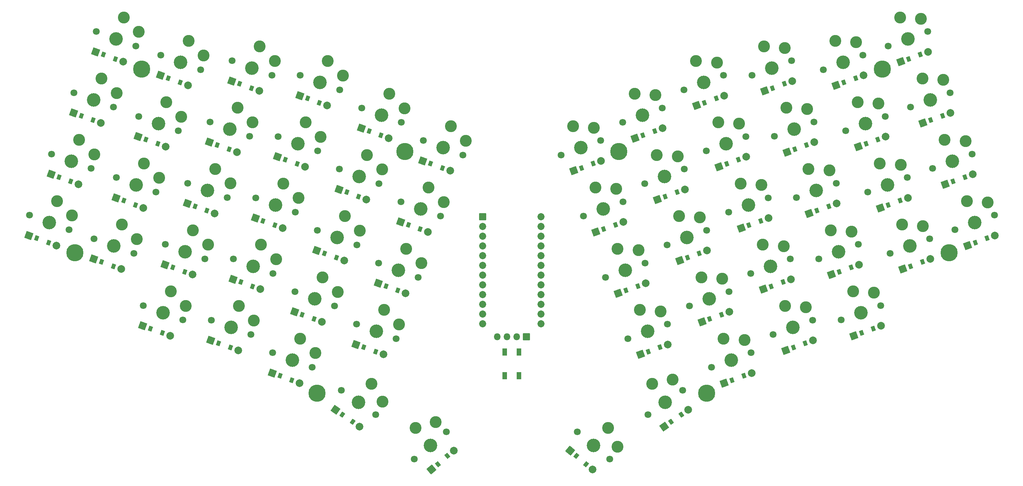
<source format=gbr>
%TF.GenerationSoftware,KiCad,Pcbnew,9.0.6*%
%TF.CreationDate,2025-12-06T01:16:03-05:00*%
%TF.ProjectId,tutorial,7475746f-7269-4616-9c2e-6b696361645f,v1.0.0*%
%TF.SameCoordinates,Original*%
%TF.FileFunction,Soldermask,Top*%
%TF.FilePolarity,Negative*%
%FSLAX46Y46*%
G04 Gerber Fmt 4.6, Leading zero omitted, Abs format (unit mm)*
G04 Created by KiCad (PCBNEW 9.0.6) date 2025-12-06 01:16:03*
%MOMM*%
%LPD*%
G01*
G04 APERTURE LIST*
G04 Aperture macros list*
%AMRoundRect*
0 Rectangle with rounded corners*
0 $1 Rounding radius*
0 $2 $3 $4 $5 $6 $7 $8 $9 X,Y pos of 4 corners*
0 Add a 4 corners polygon primitive as box body*
4,1,4,$2,$3,$4,$5,$6,$7,$8,$9,$2,$3,0*
0 Add four circle primitives for the rounded corners*
1,1,$1+$1,$2,$3*
1,1,$1+$1,$4,$5*
1,1,$1+$1,$6,$7*
1,1,$1+$1,$8,$9*
0 Add four rect primitives between the rounded corners*
20,1,$1+$1,$2,$3,$4,$5,0*
20,1,$1+$1,$4,$5,$6,$7,0*
20,1,$1+$1,$6,$7,$8,$9,0*
20,1,$1+$1,$8,$9,$2,$3,0*%
G04 Aperture macros list end*
%ADD10C,1.852600*%
%ADD11RoundRect,0.050000X-0.876300X0.876300X-0.876300X-0.876300X0.876300X-0.876300X0.876300X0.876300X0*%
%ADD12C,3.100000*%
%ADD13C,1.801800*%
%ADD14C,3.529000*%
%ADD15RoundRect,0.050000X-0.628074X-0.409907X0.217650X-0.717725X0.628074X0.409907X-0.217650X0.717725X0*%
%ADD16C,2.005000*%
%ADD17RoundRect,0.050000X-1.139443X-0.531331X0.531331X-1.139443X1.139443X0.531331X-0.531331X1.139443X0*%
%ADD18RoundRect,0.050000X-1.238136X-0.218317X0.218317X-1.238136X1.238136X0.218317X-0.218317X1.238136X0*%
%ADD19RoundRect,0.050000X-0.712764X-0.233382X0.024473X-0.749601X0.712764X0.233382X-0.024473X0.749601X0*%
%ADD20RoundRect,0.050000X-0.531331X-1.139443X1.139443X-0.531331X0.531331X1.139443X-1.139443X0.531331X0*%
%ADD21RoundRect,0.050000X-0.217650X-0.717725X0.628074X-0.409907X0.217650X0.717725X-0.628074X0.409907X0*%
%ADD22RoundRect,0.050000X-0.109575X-1.252452X1.252452X-0.109575X0.109575X1.252452X-1.252452X0.109575X0*%
%ADD23RoundRect,0.050000X0.040953X-0.748881X0.730393X-0.170372X-0.040953X0.748881X-0.730393X0.170372X0*%
%ADD24RoundRect,0.050000X-0.218317X-1.238136X1.238136X-0.218317X0.218317X1.238136X-1.238136X0.218317X0*%
%ADD25RoundRect,0.050000X-0.024473X-0.749601X0.712764X-0.233382X0.024473X0.749601X-0.712764X0.233382X0*%
%ADD26RoundRect,0.050000X-1.252452X-0.109575X0.109575X-1.252452X1.252452X0.109575X-0.109575X1.252452X0*%
%ADD27RoundRect,0.050000X-0.730393X-0.170372X-0.040953X-0.748881X0.730393X0.170372X0.040953X0.748881X0*%
%ADD28RoundRect,0.050000X-0.550000X0.900000X-0.550000X-0.900000X0.550000X-0.900000X0.550000X0.900000X0*%
%ADD29C,0.800000*%
%ADD30C,4.500000*%
%ADD31RoundRect,0.050000X-0.850000X-0.850000X0.850000X-0.850000X0.850000X0.850000X-0.850000X0.850000X0*%
%ADD32O,1.800000X1.800000*%
G04 APERTURE END LIST*
D10*
%TO.C,MCU1*%
X182363731Y-144241291D03*
X182363731Y-141701291D03*
X182363730Y-139161291D03*
X182363733Y-136621292D03*
X182363732Y-134081291D03*
X182363729Y-131541289D03*
X182363730Y-129001293D03*
X182363733Y-126461292D03*
X182363731Y-123921291D03*
X182363730Y-121381291D03*
X182363731Y-118841291D03*
X182363731Y-116301291D03*
X167123731Y-144241291D03*
X167123731Y-141701291D03*
X167123732Y-139161291D03*
X167123731Y-136621291D03*
X167123729Y-134081290D03*
X167123732Y-131541289D03*
X167123733Y-129001293D03*
X167123730Y-126461291D03*
X167123729Y-123921290D03*
X167123732Y-121381291D03*
X167123731Y-118841291D03*
D11*
X167123731Y-116301291D03*
%TD*%
D12*
%TO.C,S19*%
X119461975Y-148124076D03*
X123407994Y-151901501D03*
D13*
X112258645Y-151834135D03*
X122595265Y-155596357D03*
D14*
X117426955Y-153715246D03*
%TD*%
D12*
%TO.C,S20*%
X125276312Y-132149301D03*
X129222331Y-135926726D03*
D13*
X118072982Y-135859360D03*
X128409602Y-139621582D03*
D14*
X123241292Y-137740471D03*
%TD*%
D12*
%TO.C,S23*%
X142719343Y-84224979D03*
X146665362Y-88002404D03*
D13*
X135516013Y-87935038D03*
X145852633Y-91697260D03*
D14*
X140684323Y-89816149D03*
%TD*%
D12*
%TO.C,S18*%
X126659926Y-75719381D03*
X130605945Y-79496806D03*
D13*
X119456596Y-79429440D03*
X129793216Y-83191662D03*
D14*
X124624906Y-81310551D03*
%TD*%
D12*
%TO.C,S28*%
X138094492Y-159910309D03*
X140928386Y-164580326D03*
D13*
X130176370Y-161629593D03*
X139187054Y-167938935D03*
D14*
X134681712Y-164784264D03*
%TD*%
D12*
%TO.C,S25*%
X147150075Y-124680122D03*
X151096094Y-128457547D03*
D13*
X139946745Y-128390181D03*
X150283365Y-132152403D03*
D14*
X145115055Y-130271292D03*
%TD*%
D12*
%TO.C,S24*%
X141335720Y-140654895D03*
X145281739Y-144432320D03*
D13*
X134132390Y-144364954D03*
X144469010Y-148127176D03*
D14*
X139300700Y-146246065D03*
%TD*%
D12*
%TO.C,S21*%
X131090659Y-116174528D03*
X135036678Y-119951953D03*
D13*
X123887329Y-119884587D03*
X134223949Y-123646809D03*
D14*
X129055639Y-121765698D03*
%TD*%
D12*
%TO.C,S22*%
X136904996Y-100199749D03*
X140851015Y-103977174D03*
D13*
X129701666Y-103909808D03*
X140038286Y-107672030D03*
D14*
X134869976Y-105790919D03*
%TD*%
D12*
%TO.C,S27*%
X158778757Y-92730573D03*
X162724776Y-96507998D03*
D13*
X151575427Y-96440632D03*
X161912047Y-100202854D03*
D14*
X156743737Y-98321743D03*
%TD*%
%TO.C,S29*%
X153430618Y-175991313D03*
D13*
X157643863Y-172455981D03*
X149217373Y-179526645D03*
D12*
X154850388Y-169904709D03*
X149606032Y-171433350D03*
%TD*%
%TO.C,S26*%
X152964411Y-108705342D03*
X156910430Y-112482767D03*
D13*
X145761081Y-112415401D03*
X156097701Y-116177623D03*
D14*
X150929391Y-114296512D03*
%TD*%
D12*
%TO.C,S30*%
X293579129Y-112222318D03*
X299030038Y-112579541D03*
D13*
X290445839Y-119694599D03*
X300782459Y-115932377D03*
D14*
X295614149Y-117813488D03*
%TD*%
D12*
%TO.C,S31*%
X287764785Y-96247540D03*
X293215694Y-96604763D03*
D13*
X284631495Y-103719821D03*
X294968115Y-99957599D03*
D14*
X289799805Y-101838710D03*
%TD*%
D12*
%TO.C,S32*%
X281950439Y-80272765D03*
X287401348Y-80629988D03*
D13*
X278817149Y-87745046D03*
X289153769Y-83982824D03*
D14*
X283985459Y-85863935D03*
%TD*%
D12*
%TO.C,S4*%
X73351374Y-64297993D03*
X77297393Y-68075418D03*
D13*
X66148044Y-68008052D03*
X76484664Y-71770274D03*
D14*
X71316354Y-69889163D03*
%TD*%
D12*
%TO.C,S5*%
X72822805Y-118378680D03*
X76768824Y-122156105D03*
D13*
X65619475Y-122088739D03*
X75956095Y-125850961D03*
D14*
X70787785Y-123969850D03*
%TD*%
D12*
%TO.C,S6*%
X78637154Y-102403901D03*
X82583173Y-106181326D03*
D13*
X71433824Y-106113960D03*
X81770444Y-109876182D03*
D14*
X76602134Y-107995071D03*
%TD*%
D12*
%TO.C,S7*%
X84451489Y-86429129D03*
X88397508Y-90206554D03*
D13*
X77248159Y-90139188D03*
X87584779Y-93901410D03*
D14*
X82416469Y-92020299D03*
%TD*%
D12*
%TO.C,S10*%
X91447377Y-119836577D03*
X95393396Y-123614002D03*
D13*
X84244047Y-123546636D03*
X94580667Y-127308858D03*
D14*
X89412357Y-125427747D03*
%TD*%
D12*
%TO.C,S11*%
X97261719Y-103861805D03*
X101207738Y-107639230D03*
D13*
X90058389Y-107571864D03*
X100395009Y-111334086D03*
D14*
X95226699Y-109452975D03*
%TD*%
D12*
%TO.C,S12*%
X103076064Y-87887034D03*
X107022083Y-91664459D03*
D13*
X95872734Y-91597093D03*
X106209354Y-95359315D03*
D14*
X101041044Y-93478204D03*
%TD*%
D12*
%TO.C,S13*%
X108890409Y-71912248D03*
X112836428Y-75689673D03*
D13*
X101687079Y-75622307D03*
X112023699Y-79384529D03*
D14*
X106855389Y-77503418D03*
%TD*%
D12*
%TO.C,S14*%
X103402556Y-139618482D03*
X107348575Y-143395907D03*
D13*
X96199226Y-143328541D03*
X106535846Y-147090763D03*
D14*
X101367536Y-145209652D03*
%TD*%
D12*
%TO.C,S2*%
X61722689Y-96247540D03*
X65668708Y-100024965D03*
D13*
X54519359Y-99957599D03*
X64855979Y-103719821D03*
D14*
X59687669Y-101838710D03*
%TD*%
D12*
%TO.C,S3*%
X67537028Y-80272765D03*
X71483047Y-84050190D03*
D13*
X60333698Y-83982824D03*
X70670318Y-87745046D03*
D14*
X65502008Y-85863935D03*
%TD*%
D12*
%TO.C,S1*%
X55908343Y-112222315D03*
X59854362Y-115999740D03*
D13*
X48705013Y-115932374D03*
X59041633Y-119694596D03*
D14*
X53873323Y-117813485D03*
%TD*%
D12*
%TO.C,S15*%
X109216901Y-123643705D03*
X113162920Y-127421130D03*
D13*
X102013571Y-127353764D03*
X112350191Y-131115986D03*
D14*
X107181881Y-129234875D03*
%TD*%
D12*
%TO.C,S8*%
X90265832Y-70454352D03*
X94211851Y-74231777D03*
D13*
X83062502Y-74164411D03*
X93399122Y-77926633D03*
D14*
X88230812Y-76045522D03*
%TD*%
D12*
%TO.C,S9*%
X85633033Y-135811353D03*
X89579052Y-139588778D03*
D13*
X78429703Y-139521412D03*
X88766323Y-143283634D03*
D14*
X83598013Y-141402523D03*
%TD*%
D12*
%TO.C,S16*%
X115031233Y-107668929D03*
X118977252Y-111446354D03*
D13*
X107827903Y-111378988D03*
X118164523Y-115141210D03*
D14*
X112996213Y-113260099D03*
%TD*%
D12*
%TO.C,S17*%
X120845576Y-91694158D03*
X124791595Y-95471583D03*
D13*
X113642246Y-95404217D03*
X123978866Y-99166439D03*
D14*
X118810556Y-97285328D03*
%TD*%
D12*
%TO.C,S33*%
X276136107Y-64297992D03*
X281587016Y-64655215D03*
D13*
X273002817Y-71770273D03*
X283339437Y-68008051D03*
D14*
X278171127Y-69889162D03*
%TD*%
D12*
%TO.C,S35*%
X270850316Y-102403902D03*
X276301225Y-102761125D03*
D13*
X267717026Y-109876183D03*
X278053646Y-106113961D03*
D14*
X272885336Y-107995072D03*
%TD*%
D12*
%TO.C,S36*%
X265035983Y-86429126D03*
X270486892Y-86786349D03*
D13*
X261902693Y-93901407D03*
X272239313Y-90139185D03*
D14*
X267071003Y-92020296D03*
%TD*%
D12*
%TO.C,S38*%
X263854436Y-135811349D03*
X269305345Y-136168572D03*
D13*
X260721146Y-143283630D03*
X271057766Y-139521408D03*
D14*
X265889456Y-141402519D03*
%TD*%
D12*
%TO.C,S34*%
X276664662Y-118378677D03*
X282115571Y-118735900D03*
D13*
X273531372Y-125850958D03*
X283867992Y-122088736D03*
D14*
X278699682Y-123969847D03*
%TD*%
D12*
%TO.C,S42*%
X240597068Y-71912250D03*
X246047977Y-72269473D03*
D13*
X237463778Y-79384531D03*
X247800398Y-75622309D03*
D14*
X242632088Y-77503420D03*
%TD*%
D12*
%TO.C,S43*%
X246084924Y-139618479D03*
X251535833Y-139975702D03*
D13*
X242951634Y-147090760D03*
X253288254Y-143328538D03*
D14*
X248119944Y-145209649D03*
%TD*%
D12*
%TO.C,S37*%
X259221635Y-70454350D03*
X264672544Y-70811573D03*
D13*
X256088345Y-77926631D03*
X266424965Y-74164409D03*
D14*
X261256655Y-76045520D03*
%TD*%
D12*
%TO.C,S44*%
X240270578Y-123643708D03*
X245721487Y-124000931D03*
D13*
X237137288Y-131115989D03*
X247473908Y-127353767D03*
D14*
X242305598Y-129234878D03*
%TD*%
D12*
%TO.C,S39*%
X258040096Y-119836577D03*
X263491005Y-120193800D03*
D13*
X254906806Y-127308858D03*
X265243426Y-123546636D03*
D14*
X260075116Y-125427747D03*
%TD*%
D12*
%TO.C,S47*%
X222827546Y-75719380D03*
X228278455Y-76076603D03*
D13*
X219694256Y-83191661D03*
X230030876Y-79429439D03*
D14*
X224862566Y-81310550D03*
%TD*%
D12*
%TO.C,S40*%
X252225754Y-103861805D03*
X257676663Y-104219028D03*
D13*
X249092464Y-111334086D03*
X259429084Y-107571864D03*
D14*
X254260774Y-109452975D03*
%TD*%
D12*
%TO.C,S41*%
X246411411Y-87887027D03*
X251862320Y-88244250D03*
D13*
X243278121Y-95359308D03*
X253614741Y-91597086D03*
D14*
X248446431Y-93478197D03*
%TD*%
D12*
%TO.C,S48*%
X230025504Y-148124081D03*
X235476413Y-148481304D03*
D13*
X226892214Y-155596362D03*
X237228834Y-151834140D03*
D14*
X232060524Y-153715251D03*
%TD*%
D12*
%TO.C,S46*%
X228641894Y-91694157D03*
X234092803Y-92051380D03*
D13*
X225508604Y-99166438D03*
X235845224Y-95404216D03*
D14*
X230676914Y-97285327D03*
%TD*%
D12*
%TO.C,S49*%
X224211159Y-132149302D03*
X229662068Y-132506525D03*
D13*
X221077869Y-139621583D03*
X231414489Y-135859361D03*
D14*
X226246179Y-137740472D03*
%TD*%
D12*
%TO.C,S50*%
X218396819Y-116174525D03*
X223847728Y-116531748D03*
D13*
X215263529Y-123646806D03*
X225600149Y-119884584D03*
D14*
X220431839Y-121765695D03*
%TD*%
D12*
%TO.C,S45*%
X234456234Y-107668935D03*
X239907143Y-108026158D03*
D13*
X231322944Y-115141216D03*
X241659564Y-111378994D03*
D14*
X236491254Y-113260105D03*
%TD*%
D12*
%TO.C,S57*%
X211392979Y-159910306D03*
X216750610Y-158844560D03*
D13*
X210300420Y-167938937D03*
X219311098Y-161629585D03*
D14*
X214805759Y-164784261D03*
%TD*%
D15*
%TO.C,D1*%
X53713713Y-123076285D03*
D16*
X55743451Y-123815046D03*
D17*
X48582993Y-121208852D03*
D15*
X50612731Y-121947613D03*
%TD*%
D12*
%TO.C,S56*%
X190708711Y-92730574D03*
X196159620Y-93087797D03*
D13*
X187575421Y-100202855D03*
X197912041Y-96440633D03*
D14*
X192743731Y-98321744D03*
%TD*%
D16*
%TO.C,D4*%
X73186483Y-75890719D03*
D17*
X66026025Y-73284525D03*
D15*
X71156745Y-75151958D03*
X68055763Y-74023286D03*
%TD*%
D12*
%TO.C,S53*%
X208151745Y-140654895D03*
X213602654Y-141012118D03*
D13*
X205018455Y-148127176D03*
X215355075Y-144364954D03*
D14*
X210186765Y-146246065D03*
%TD*%
D12*
%TO.C,S52*%
X206768134Y-84224976D03*
X212219043Y-84582199D03*
D13*
X203634844Y-91697257D03*
X213971464Y-87935035D03*
D14*
X208803154Y-89816146D03*
%TD*%
D12*
%TO.C,S51*%
X212582474Y-100199745D03*
X218033383Y-100556968D03*
D13*
X209449184Y-107672026D03*
X219785804Y-103909804D03*
D14*
X214617494Y-105790915D03*
%TD*%
D12*
%TO.C,S54*%
X202337407Y-124680122D03*
X207788316Y-125037345D03*
D13*
X199204117Y-132152403D03*
X209540737Y-128390181D03*
D14*
X204372427Y-130271292D03*
%TD*%
D12*
%TO.C,S55*%
X196523053Y-108705348D03*
X201973962Y-109062571D03*
D13*
X193389763Y-116177629D03*
X203726383Y-112415407D03*
D14*
X198558073Y-114296518D03*
%TD*%
D12*
%TO.C,S58*%
X199881439Y-171433349D03*
X202297529Y-176332585D03*
D13*
X191843608Y-172455980D03*
X200270098Y-179526644D03*
D14*
X196056853Y-175991312D03*
%TD*%
D16*
%TO.C,D2*%
X61557787Y-107840270D03*
D17*
X54397329Y-105234076D03*
D15*
X59528049Y-107101509D03*
X56427067Y-105972837D03*
%TD*%
D16*
%TO.C,D3*%
X67372135Y-91865496D03*
D17*
X60211677Y-89259302D03*
D15*
X65342397Y-91126735D03*
X62241415Y-89998063D03*
%TD*%
D16*
%TO.C,D7*%
X84286597Y-98021858D03*
D17*
X77126139Y-95415664D03*
D15*
X82256859Y-97283097D03*
X79155877Y-96154425D03*
%TD*%
D16*
%TO.C,D5*%
X72657915Y-129971406D03*
D17*
X65497457Y-127365212D03*
D15*
X70628177Y-129232645D03*
X67527195Y-128103973D03*
%TD*%
D16*
%TO.C,D8*%
X90100944Y-82047078D03*
D17*
X82940486Y-79440884D03*
D15*
X88071206Y-81308317D03*
X84970224Y-80179645D03*
%TD*%
D16*
%TO.C,D6*%
X78472262Y-113996637D03*
D17*
X71311804Y-111390443D03*
D15*
X76442524Y-113257876D03*
X73341542Y-112129204D03*
%TD*%
D16*
%TO.C,D9*%
X85468144Y-147404084D03*
D17*
X78307686Y-144797890D03*
D15*
X83438406Y-146665323D03*
X80337424Y-145536651D03*
%TD*%
D16*
%TO.C,D10*%
X91282489Y-131429304D03*
D17*
X84122031Y-128823110D03*
D15*
X89252751Y-130690543D03*
X86151769Y-129561871D03*
%TD*%
D16*
%TO.C,D13*%
X108725518Y-83504977D03*
D17*
X101565060Y-80898783D03*
D15*
X106695780Y-82766216D03*
X103594798Y-81637544D03*
%TD*%
D16*
%TO.C,D17*%
X120680685Y-103286886D03*
D17*
X113520227Y-100680692D03*
D15*
X118650947Y-102548125D03*
X115549965Y-101419453D03*
%TD*%
D16*
%TO.C,D20*%
X125111420Y-143742030D03*
D17*
X117950962Y-141135836D03*
D15*
X123081682Y-143003269D03*
X119980700Y-141874597D03*
%TD*%
D16*
%TO.C,D11*%
X97096828Y-115454530D03*
D17*
X89936370Y-112848336D03*
D15*
X95067090Y-114715769D03*
X91966108Y-113587097D03*
%TD*%
D16*
%TO.C,D18*%
X126495031Y-87312115D03*
D17*
X119334573Y-84705921D03*
D15*
X124465293Y-86573354D03*
X121364311Y-85444682D03*
%TD*%
D16*
%TO.C,D12*%
X102911170Y-99479757D03*
D17*
X95750712Y-96873563D03*
D15*
X100881432Y-98740996D03*
X97780450Y-97612324D03*
%TD*%
D16*
%TO.C,D14*%
X103237664Y-151211211D03*
D17*
X96077206Y-148605017D03*
D15*
X101207926Y-150472450D03*
X98106944Y-149343778D03*
%TD*%
D16*
%TO.C,D16*%
X114866346Y-119261661D03*
D17*
X107705888Y-116655467D03*
D15*
X112836608Y-118522900D03*
X109735626Y-117394228D03*
%TD*%
D16*
%TO.C,D15*%
X109052011Y-135236440D03*
D17*
X101891553Y-132630246D03*
D15*
X107022273Y-134497679D03*
X103921291Y-133369007D03*
%TD*%
D16*
%TO.C,D19*%
X119297074Y-159716803D03*
D17*
X112136616Y-157110609D03*
D15*
X117267336Y-158978042D03*
X114166354Y-157849370D03*
%TD*%
D16*
%TO.C,D23*%
X142554448Y-95817711D03*
D17*
X135393990Y-93211517D03*
D15*
X140524710Y-95078950D03*
X137423728Y-93950278D03*
%TD*%
D16*
%TO.C,D25*%
X146985177Y-136272850D03*
D17*
X139824719Y-133666656D03*
D15*
X144955439Y-135534089D03*
X141854457Y-134405417D03*
%TD*%
D16*
%TO.C,D26*%
X152799525Y-120298073D03*
D17*
X145639067Y-117691879D03*
D15*
X150769787Y-119559312D03*
X147668805Y-118430640D03*
%TD*%
D16*
%TO.C,D27*%
X158613865Y-104323305D03*
D17*
X151453407Y-101717111D03*
D15*
X156584127Y-103584544D03*
X153483145Y-102455872D03*
%TD*%
D16*
%TO.C,D21*%
X130925765Y-127767263D03*
D17*
X123765307Y-125161069D03*
D15*
X128896027Y-127028502D03*
X125795045Y-125899830D03*
%TD*%
D16*
%TO.C,D28*%
X134934796Y-171065350D03*
D18*
X128692858Y-166694698D03*
D19*
X133165425Y-169826422D03*
X130462229Y-167933626D03*
%TD*%
D16*
%TO.C,D22*%
X136740107Y-111792483D03*
D17*
X129579649Y-109186289D03*
D15*
X134710369Y-111053722D03*
X131609387Y-109925050D03*
%TD*%
D16*
%TO.C,D24*%
X141170837Y-152247623D03*
D17*
X134010379Y-149641429D03*
D15*
X139141099Y-151508862D03*
X136040117Y-150380190D03*
%TD*%
D16*
%TO.C,D35*%
X278175673Y-111390434D03*
D20*
X271015215Y-113996628D03*
D21*
X276145938Y-112129201D03*
X273044950Y-113257861D03*
%TD*%
D16*
%TO.C,D30*%
X300904481Y-121208852D03*
D20*
X293744023Y-123815046D03*
D21*
X298874746Y-121947619D03*
X295773758Y-123076279D03*
%TD*%
D16*
%TO.C,D31*%
X295090136Y-105234071D03*
D20*
X287929678Y-107840265D03*
D21*
X293060401Y-105972838D03*
X289959413Y-107101498D03*
%TD*%
D16*
%TO.C,D32*%
X289275791Y-89259300D03*
D20*
X282115333Y-91865494D03*
D21*
X287246056Y-89998067D03*
X284145068Y-91126727D03*
%TD*%
D16*
%TO.C,D34*%
X283990010Y-127365210D03*
D20*
X276829552Y-129971404D03*
D21*
X281960275Y-128103977D03*
X278859287Y-129232637D03*
%TD*%
D16*
%TO.C,D42*%
X247922416Y-80898787D03*
D20*
X240761958Y-83504981D03*
D21*
X245892681Y-81637554D03*
X242791693Y-82766214D03*
%TD*%
D16*
%TO.C,D41*%
X253736758Y-96873566D03*
D20*
X246576300Y-99479760D03*
D21*
X251707023Y-97612333D03*
X248606035Y-98740993D03*
%TD*%
D16*
%TO.C,D33*%
X283461450Y-73284526D03*
D20*
X276300992Y-75890720D03*
D21*
X281431715Y-74023293D03*
X278330727Y-75151953D03*
%TD*%
D16*
%TO.C,D29*%
X159563188Y-177372516D03*
D22*
X153725930Y-182270558D03*
D23*
X157908531Y-178760937D03*
X155380587Y-180882137D03*
%TD*%
D16*
%TO.C,D36*%
X272361330Y-95415663D03*
D20*
X265200872Y-98021857D03*
D21*
X270331595Y-96154430D03*
X267230607Y-97283090D03*
%TD*%
D16*
%TO.C,D39*%
X265365445Y-128823113D03*
D20*
X258204987Y-131429307D03*
D21*
X263335710Y-129561880D03*
X260234722Y-130690540D03*
%TD*%
D16*
%TO.C,D37*%
X266546988Y-79440895D03*
D20*
X259386530Y-82047089D03*
D21*
X264517253Y-80179662D03*
X261416265Y-81308322D03*
%TD*%
D16*
%TO.C,D38*%
X271179785Y-144797890D03*
D20*
X264019327Y-147404084D03*
D21*
X269150050Y-145536657D03*
X266049062Y-146665317D03*
%TD*%
D16*
%TO.C,D40*%
X259551098Y-112848339D03*
D20*
X252390640Y-115454533D03*
D21*
X257521363Y-113587106D03*
X254420375Y-114715766D03*
%TD*%
D16*
%TO.C,D43*%
X253410267Y-148605020D03*
D20*
X246249809Y-151211214D03*
D21*
X251380532Y-149343787D03*
X248279544Y-150472447D03*
%TD*%
D16*
%TO.C,D44*%
X247595927Y-132630246D03*
D20*
X240435469Y-135236440D03*
D21*
X245566192Y-133369013D03*
X242465204Y-134497673D03*
%TD*%
D16*
%TO.C,D45*%
X241781586Y-116655471D03*
D20*
X234621128Y-119261665D03*
D21*
X239751851Y-117394238D03*
X236650863Y-118522898D03*
%TD*%
D16*
%TO.C,D46*%
X235967238Y-100680696D03*
D20*
X228806780Y-103286890D03*
D21*
X233937503Y-101419463D03*
X230836515Y-102548123D03*
%TD*%
D16*
%TO.C,D48*%
X237350853Y-157110614D03*
D20*
X230190395Y-159716808D03*
D21*
X235321118Y-157849381D03*
X232220130Y-158978041D03*
%TD*%
D16*
%TO.C,D50*%
X225722167Y-125161061D03*
D20*
X218561709Y-127767255D03*
D21*
X223692432Y-125899828D03*
X220591444Y-127028488D03*
%TD*%
D16*
%TO.C,D52*%
X214093486Y-93211515D03*
D20*
X206933028Y-95817709D03*
D21*
X212063751Y-93950282D03*
X208962763Y-95078942D03*
%TD*%
D16*
%TO.C,D51*%
X219907824Y-109186288D03*
D20*
X212747366Y-111792482D03*
D21*
X217878089Y-109925055D03*
X214777101Y-111053715D03*
%TD*%
D16*
%TO.C,D47*%
X230152902Y-84705923D03*
D20*
X222992444Y-87312117D03*
D21*
X228123167Y-85444690D03*
X225022179Y-86573350D03*
%TD*%
D16*
%TO.C,D56*%
X198034061Y-101717112D03*
D20*
X190873603Y-104323306D03*
D21*
X196004326Y-102455879D03*
X192903338Y-103584539D03*
%TD*%
D16*
%TO.C,D57*%
X220794611Y-166694699D03*
D24*
X214552673Y-171065351D03*
D25*
X219025239Y-167933626D03*
X216322045Y-169826424D03*
%TD*%
D16*
%TO.C,D53*%
X215477097Y-149641431D03*
D20*
X208316639Y-152247625D03*
D21*
X213447362Y-150380198D03*
X210346374Y-151508858D03*
%TD*%
D16*
%TO.C,D49*%
X231536511Y-141135837D03*
D20*
X224376053Y-143742031D03*
D21*
X229506776Y-141874604D03*
X226405788Y-143003264D03*
%TD*%
D16*
%TO.C,D54*%
X209662749Y-133666657D03*
D20*
X202502291Y-136272851D03*
D21*
X207633014Y-134405424D03*
X204532026Y-135534084D03*
%TD*%
D16*
%TO.C,D58*%
X195761539Y-182270559D03*
D26*
X189924281Y-177372517D03*
D27*
X194106882Y-180882139D03*
X191578938Y-178760937D03*
%TD*%
D16*
%TO.C,D55*%
X203848409Y-117691887D03*
D20*
X196687951Y-120298081D03*
D21*
X201818674Y-118430654D03*
X198717686Y-119559314D03*
%TD*%
D28*
%TO.C,B1*%
X172893731Y-157815242D03*
X172893735Y-151615246D03*
X176593735Y-157815244D03*
X176593739Y-151615248D03*
%TD*%
D29*
%TO.C,_1*%
X78593610Y-76209288D03*
X79579765Y-78324115D03*
X76533869Y-78457099D03*
X77331954Y-76264374D03*
X76478783Y-77195443D03*
X79524679Y-77062459D03*
X77464938Y-79310270D03*
D30*
X78029274Y-77759779D03*
D29*
X78726594Y-79255184D03*
%TD*%
%TO.C,_2*%
X61150587Y-124133603D03*
X62136742Y-126248430D03*
X59090846Y-126381414D03*
X59888931Y-124188689D03*
X59035760Y-125119758D03*
X62081656Y-124986774D03*
X60021915Y-127234585D03*
D30*
X60586251Y-125684094D03*
D29*
X61283571Y-127179499D03*
%TD*%
%TO.C,_3*%
X147380149Y-97733749D03*
X148366304Y-99848576D03*
X145320408Y-99981560D03*
X146118493Y-97788835D03*
X145265322Y-98719904D03*
X148311218Y-98586920D03*
X146251477Y-100834731D03*
D30*
X146815813Y-99284240D03*
D29*
X147513133Y-100779645D03*
%TD*%
D31*
%TO.C,OLED1*%
X178543733Y-147671290D03*
D32*
X176003732Y-147671293D03*
X173463733Y-147671292D03*
X170923731Y-147671292D03*
%TD*%
D29*
%TO.C,_8*%
X225073979Y-160834102D03*
X227188803Y-161820266D03*
X224940991Y-163880002D03*
X224142903Y-161687278D03*
X224087815Y-162948926D03*
X226335627Y-160889190D03*
X226202639Y-163935090D03*
D30*
X225638309Y-162384596D03*
D29*
X227133715Y-163081914D03*
%TD*%
%TO.C,_6*%
X288336886Y-124133605D03*
X290451710Y-125119769D03*
X288203898Y-127179505D03*
X287405810Y-124986781D03*
X287350722Y-126248429D03*
X289598534Y-124188693D03*
X289465546Y-127234593D03*
D30*
X288901216Y-125684099D03*
D29*
X290396622Y-126381417D03*
%TD*%
%TO.C,_4*%
X124413497Y-160834112D03*
X125399652Y-162948939D03*
X122353756Y-163081923D03*
X123151841Y-160889198D03*
X122298670Y-161820267D03*
X125344566Y-161687283D03*
X123284825Y-163935094D03*
D30*
X123849161Y-162384603D03*
D29*
X124546481Y-163880008D03*
%TD*%
%TO.C,_7*%
X202107328Y-97733747D03*
X204222152Y-98719911D03*
X201974340Y-100779647D03*
X201176252Y-98586923D03*
X201121164Y-99848571D03*
X203368976Y-97788835D03*
X203235988Y-100834735D03*
D30*
X202671658Y-99284241D03*
D29*
X204167064Y-99981559D03*
%TD*%
%TO.C,_5*%
X270893862Y-76209277D03*
X273008686Y-77195441D03*
X270760874Y-79255177D03*
X269962786Y-77062453D03*
X269907698Y-78324101D03*
X272155510Y-76264365D03*
X272022522Y-79310265D03*
D30*
X271458192Y-77759771D03*
D29*
X272953598Y-78457089D03*
%TD*%
M02*

</source>
